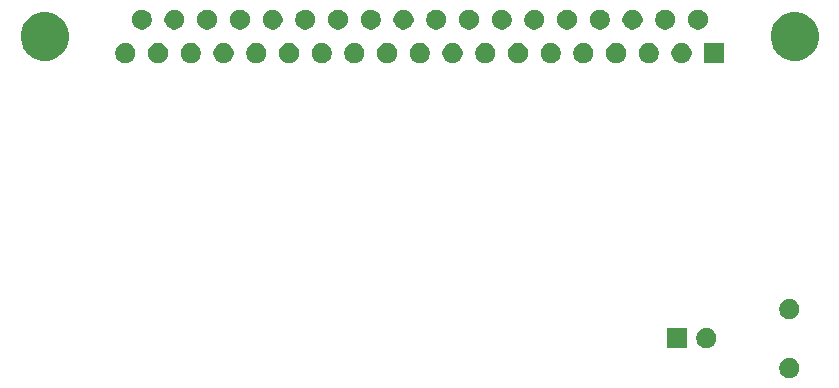
<source format=gbr>
G04 #@! TF.GenerationSoftware,KiCad,Pcbnew,5.1.5-52549c5~84~ubuntu18.04.1*
G04 #@! TF.CreationDate,2020-04-22T17:59:46-07:00*
G04 #@! TF.ProjectId,rom,726f6d2e-6b69-4636-9164-5f7063625858,rev?*
G04 #@! TF.SameCoordinates,Original*
G04 #@! TF.FileFunction,Soldermask,Bot*
G04 #@! TF.FilePolarity,Negative*
%FSLAX46Y46*%
G04 Gerber Fmt 4.6, Leading zero omitted, Abs format (unit mm)*
G04 Created by KiCad (PCBNEW 5.1.5-52549c5~84~ubuntu18.04.1) date 2020-04-22 17:59:46*
%MOMM*%
%LPD*%
G04 APERTURE LIST*
%ADD10C,0.100000*%
G04 APERTURE END LIST*
D10*
G36*
X192018228Y-72841703D02*
G01*
X192173100Y-72905853D01*
X192312481Y-72998985D01*
X192431015Y-73117519D01*
X192524147Y-73256900D01*
X192588297Y-73411772D01*
X192621000Y-73576184D01*
X192621000Y-73743816D01*
X192588297Y-73908228D01*
X192524147Y-74063100D01*
X192431015Y-74202481D01*
X192312481Y-74321015D01*
X192173100Y-74414147D01*
X192018228Y-74478297D01*
X191853816Y-74511000D01*
X191686184Y-74511000D01*
X191521772Y-74478297D01*
X191366900Y-74414147D01*
X191227519Y-74321015D01*
X191108985Y-74202481D01*
X191015853Y-74063100D01*
X190951703Y-73908228D01*
X190919000Y-73743816D01*
X190919000Y-73576184D01*
X190951703Y-73411772D01*
X191015853Y-73256900D01*
X191108985Y-73117519D01*
X191227519Y-72998985D01*
X191366900Y-72905853D01*
X191521772Y-72841703D01*
X191686184Y-72809000D01*
X191853816Y-72809000D01*
X192018228Y-72841703D01*
G37*
G36*
X184993228Y-70301703D02*
G01*
X185148100Y-70365853D01*
X185287481Y-70458985D01*
X185406015Y-70577519D01*
X185499147Y-70716900D01*
X185563297Y-70871772D01*
X185596000Y-71036184D01*
X185596000Y-71203816D01*
X185563297Y-71368228D01*
X185499147Y-71523100D01*
X185406015Y-71662481D01*
X185287481Y-71781015D01*
X185148100Y-71874147D01*
X184993228Y-71938297D01*
X184828816Y-71971000D01*
X184661184Y-71971000D01*
X184496772Y-71938297D01*
X184341900Y-71874147D01*
X184202519Y-71781015D01*
X184083985Y-71662481D01*
X183990853Y-71523100D01*
X183926703Y-71368228D01*
X183894000Y-71203816D01*
X183894000Y-71036184D01*
X183926703Y-70871772D01*
X183990853Y-70716900D01*
X184083985Y-70577519D01*
X184202519Y-70458985D01*
X184341900Y-70365853D01*
X184496772Y-70301703D01*
X184661184Y-70269000D01*
X184828816Y-70269000D01*
X184993228Y-70301703D01*
G37*
G36*
X183096000Y-71971000D02*
G01*
X181394000Y-71971000D01*
X181394000Y-70269000D01*
X183096000Y-70269000D01*
X183096000Y-71971000D01*
G37*
G36*
X192018228Y-67841703D02*
G01*
X192173100Y-67905853D01*
X192312481Y-67998985D01*
X192431015Y-68117519D01*
X192524147Y-68256900D01*
X192588297Y-68411772D01*
X192621000Y-68576184D01*
X192621000Y-68743816D01*
X192588297Y-68908228D01*
X192524147Y-69063100D01*
X192431015Y-69202481D01*
X192312481Y-69321015D01*
X192173100Y-69414147D01*
X192018228Y-69478297D01*
X191853816Y-69511000D01*
X191686184Y-69511000D01*
X191521772Y-69478297D01*
X191366900Y-69414147D01*
X191227519Y-69321015D01*
X191108985Y-69202481D01*
X191015853Y-69063100D01*
X190951703Y-68908228D01*
X190919000Y-68743816D01*
X190919000Y-68576184D01*
X190951703Y-68411772D01*
X191015853Y-68256900D01*
X191108985Y-68117519D01*
X191227519Y-67998985D01*
X191366900Y-67905853D01*
X191521772Y-67841703D01*
X191686184Y-67809000D01*
X191853816Y-67809000D01*
X192018228Y-67841703D01*
G37*
G36*
X182898228Y-46171703D02*
G01*
X183053100Y-46235853D01*
X183192481Y-46328985D01*
X183311015Y-46447519D01*
X183404147Y-46586900D01*
X183468297Y-46741772D01*
X183501000Y-46906184D01*
X183501000Y-47073816D01*
X183468297Y-47238228D01*
X183404147Y-47393100D01*
X183311015Y-47532481D01*
X183192481Y-47651015D01*
X183053100Y-47744147D01*
X182898228Y-47808297D01*
X182733816Y-47841000D01*
X182566184Y-47841000D01*
X182401772Y-47808297D01*
X182246900Y-47744147D01*
X182107519Y-47651015D01*
X181988985Y-47532481D01*
X181895853Y-47393100D01*
X181831703Y-47238228D01*
X181799000Y-47073816D01*
X181799000Y-46906184D01*
X181831703Y-46741772D01*
X181895853Y-46586900D01*
X181988985Y-46447519D01*
X182107519Y-46328985D01*
X182246900Y-46235853D01*
X182401772Y-46171703D01*
X182566184Y-46139000D01*
X182733816Y-46139000D01*
X182898228Y-46171703D01*
G37*
G36*
X186271000Y-47841000D02*
G01*
X184569000Y-47841000D01*
X184569000Y-46139000D01*
X186271000Y-46139000D01*
X186271000Y-47841000D01*
G37*
G36*
X177358228Y-46171703D02*
G01*
X177513100Y-46235853D01*
X177652481Y-46328985D01*
X177771015Y-46447519D01*
X177864147Y-46586900D01*
X177928297Y-46741772D01*
X177961000Y-46906184D01*
X177961000Y-47073816D01*
X177928297Y-47238228D01*
X177864147Y-47393100D01*
X177771015Y-47532481D01*
X177652481Y-47651015D01*
X177513100Y-47744147D01*
X177358228Y-47808297D01*
X177193816Y-47841000D01*
X177026184Y-47841000D01*
X176861772Y-47808297D01*
X176706900Y-47744147D01*
X176567519Y-47651015D01*
X176448985Y-47532481D01*
X176355853Y-47393100D01*
X176291703Y-47238228D01*
X176259000Y-47073816D01*
X176259000Y-46906184D01*
X176291703Y-46741772D01*
X176355853Y-46586900D01*
X176448985Y-46447519D01*
X176567519Y-46328985D01*
X176706900Y-46235853D01*
X176861772Y-46171703D01*
X177026184Y-46139000D01*
X177193816Y-46139000D01*
X177358228Y-46171703D01*
G37*
G36*
X174588228Y-46171703D02*
G01*
X174743100Y-46235853D01*
X174882481Y-46328985D01*
X175001015Y-46447519D01*
X175094147Y-46586900D01*
X175158297Y-46741772D01*
X175191000Y-46906184D01*
X175191000Y-47073816D01*
X175158297Y-47238228D01*
X175094147Y-47393100D01*
X175001015Y-47532481D01*
X174882481Y-47651015D01*
X174743100Y-47744147D01*
X174588228Y-47808297D01*
X174423816Y-47841000D01*
X174256184Y-47841000D01*
X174091772Y-47808297D01*
X173936900Y-47744147D01*
X173797519Y-47651015D01*
X173678985Y-47532481D01*
X173585853Y-47393100D01*
X173521703Y-47238228D01*
X173489000Y-47073816D01*
X173489000Y-46906184D01*
X173521703Y-46741772D01*
X173585853Y-46586900D01*
X173678985Y-46447519D01*
X173797519Y-46328985D01*
X173936900Y-46235853D01*
X174091772Y-46171703D01*
X174256184Y-46139000D01*
X174423816Y-46139000D01*
X174588228Y-46171703D01*
G37*
G36*
X171818228Y-46171703D02*
G01*
X171973100Y-46235853D01*
X172112481Y-46328985D01*
X172231015Y-46447519D01*
X172324147Y-46586900D01*
X172388297Y-46741772D01*
X172421000Y-46906184D01*
X172421000Y-47073816D01*
X172388297Y-47238228D01*
X172324147Y-47393100D01*
X172231015Y-47532481D01*
X172112481Y-47651015D01*
X171973100Y-47744147D01*
X171818228Y-47808297D01*
X171653816Y-47841000D01*
X171486184Y-47841000D01*
X171321772Y-47808297D01*
X171166900Y-47744147D01*
X171027519Y-47651015D01*
X170908985Y-47532481D01*
X170815853Y-47393100D01*
X170751703Y-47238228D01*
X170719000Y-47073816D01*
X170719000Y-46906184D01*
X170751703Y-46741772D01*
X170815853Y-46586900D01*
X170908985Y-46447519D01*
X171027519Y-46328985D01*
X171166900Y-46235853D01*
X171321772Y-46171703D01*
X171486184Y-46139000D01*
X171653816Y-46139000D01*
X171818228Y-46171703D01*
G37*
G36*
X169048228Y-46171703D02*
G01*
X169203100Y-46235853D01*
X169342481Y-46328985D01*
X169461015Y-46447519D01*
X169554147Y-46586900D01*
X169618297Y-46741772D01*
X169651000Y-46906184D01*
X169651000Y-47073816D01*
X169618297Y-47238228D01*
X169554147Y-47393100D01*
X169461015Y-47532481D01*
X169342481Y-47651015D01*
X169203100Y-47744147D01*
X169048228Y-47808297D01*
X168883816Y-47841000D01*
X168716184Y-47841000D01*
X168551772Y-47808297D01*
X168396900Y-47744147D01*
X168257519Y-47651015D01*
X168138985Y-47532481D01*
X168045853Y-47393100D01*
X167981703Y-47238228D01*
X167949000Y-47073816D01*
X167949000Y-46906184D01*
X167981703Y-46741772D01*
X168045853Y-46586900D01*
X168138985Y-46447519D01*
X168257519Y-46328985D01*
X168396900Y-46235853D01*
X168551772Y-46171703D01*
X168716184Y-46139000D01*
X168883816Y-46139000D01*
X169048228Y-46171703D01*
G37*
G36*
X166278228Y-46171703D02*
G01*
X166433100Y-46235853D01*
X166572481Y-46328985D01*
X166691015Y-46447519D01*
X166784147Y-46586900D01*
X166848297Y-46741772D01*
X166881000Y-46906184D01*
X166881000Y-47073816D01*
X166848297Y-47238228D01*
X166784147Y-47393100D01*
X166691015Y-47532481D01*
X166572481Y-47651015D01*
X166433100Y-47744147D01*
X166278228Y-47808297D01*
X166113816Y-47841000D01*
X165946184Y-47841000D01*
X165781772Y-47808297D01*
X165626900Y-47744147D01*
X165487519Y-47651015D01*
X165368985Y-47532481D01*
X165275853Y-47393100D01*
X165211703Y-47238228D01*
X165179000Y-47073816D01*
X165179000Y-46906184D01*
X165211703Y-46741772D01*
X165275853Y-46586900D01*
X165368985Y-46447519D01*
X165487519Y-46328985D01*
X165626900Y-46235853D01*
X165781772Y-46171703D01*
X165946184Y-46139000D01*
X166113816Y-46139000D01*
X166278228Y-46171703D01*
G37*
G36*
X163508228Y-46171703D02*
G01*
X163663100Y-46235853D01*
X163802481Y-46328985D01*
X163921015Y-46447519D01*
X164014147Y-46586900D01*
X164078297Y-46741772D01*
X164111000Y-46906184D01*
X164111000Y-47073816D01*
X164078297Y-47238228D01*
X164014147Y-47393100D01*
X163921015Y-47532481D01*
X163802481Y-47651015D01*
X163663100Y-47744147D01*
X163508228Y-47808297D01*
X163343816Y-47841000D01*
X163176184Y-47841000D01*
X163011772Y-47808297D01*
X162856900Y-47744147D01*
X162717519Y-47651015D01*
X162598985Y-47532481D01*
X162505853Y-47393100D01*
X162441703Y-47238228D01*
X162409000Y-47073816D01*
X162409000Y-46906184D01*
X162441703Y-46741772D01*
X162505853Y-46586900D01*
X162598985Y-46447519D01*
X162717519Y-46328985D01*
X162856900Y-46235853D01*
X163011772Y-46171703D01*
X163176184Y-46139000D01*
X163343816Y-46139000D01*
X163508228Y-46171703D01*
G37*
G36*
X160738228Y-46171703D02*
G01*
X160893100Y-46235853D01*
X161032481Y-46328985D01*
X161151015Y-46447519D01*
X161244147Y-46586900D01*
X161308297Y-46741772D01*
X161341000Y-46906184D01*
X161341000Y-47073816D01*
X161308297Y-47238228D01*
X161244147Y-47393100D01*
X161151015Y-47532481D01*
X161032481Y-47651015D01*
X160893100Y-47744147D01*
X160738228Y-47808297D01*
X160573816Y-47841000D01*
X160406184Y-47841000D01*
X160241772Y-47808297D01*
X160086900Y-47744147D01*
X159947519Y-47651015D01*
X159828985Y-47532481D01*
X159735853Y-47393100D01*
X159671703Y-47238228D01*
X159639000Y-47073816D01*
X159639000Y-46906184D01*
X159671703Y-46741772D01*
X159735853Y-46586900D01*
X159828985Y-46447519D01*
X159947519Y-46328985D01*
X160086900Y-46235853D01*
X160241772Y-46171703D01*
X160406184Y-46139000D01*
X160573816Y-46139000D01*
X160738228Y-46171703D01*
G37*
G36*
X155198228Y-46171703D02*
G01*
X155353100Y-46235853D01*
X155492481Y-46328985D01*
X155611015Y-46447519D01*
X155704147Y-46586900D01*
X155768297Y-46741772D01*
X155801000Y-46906184D01*
X155801000Y-47073816D01*
X155768297Y-47238228D01*
X155704147Y-47393100D01*
X155611015Y-47532481D01*
X155492481Y-47651015D01*
X155353100Y-47744147D01*
X155198228Y-47808297D01*
X155033816Y-47841000D01*
X154866184Y-47841000D01*
X154701772Y-47808297D01*
X154546900Y-47744147D01*
X154407519Y-47651015D01*
X154288985Y-47532481D01*
X154195853Y-47393100D01*
X154131703Y-47238228D01*
X154099000Y-47073816D01*
X154099000Y-46906184D01*
X154131703Y-46741772D01*
X154195853Y-46586900D01*
X154288985Y-46447519D01*
X154407519Y-46328985D01*
X154546900Y-46235853D01*
X154701772Y-46171703D01*
X154866184Y-46139000D01*
X155033816Y-46139000D01*
X155198228Y-46171703D01*
G37*
G36*
X152428228Y-46171703D02*
G01*
X152583100Y-46235853D01*
X152722481Y-46328985D01*
X152841015Y-46447519D01*
X152934147Y-46586900D01*
X152998297Y-46741772D01*
X153031000Y-46906184D01*
X153031000Y-47073816D01*
X152998297Y-47238228D01*
X152934147Y-47393100D01*
X152841015Y-47532481D01*
X152722481Y-47651015D01*
X152583100Y-47744147D01*
X152428228Y-47808297D01*
X152263816Y-47841000D01*
X152096184Y-47841000D01*
X151931772Y-47808297D01*
X151776900Y-47744147D01*
X151637519Y-47651015D01*
X151518985Y-47532481D01*
X151425853Y-47393100D01*
X151361703Y-47238228D01*
X151329000Y-47073816D01*
X151329000Y-46906184D01*
X151361703Y-46741772D01*
X151425853Y-46586900D01*
X151518985Y-46447519D01*
X151637519Y-46328985D01*
X151776900Y-46235853D01*
X151931772Y-46171703D01*
X152096184Y-46139000D01*
X152263816Y-46139000D01*
X152428228Y-46171703D01*
G37*
G36*
X149658228Y-46171703D02*
G01*
X149813100Y-46235853D01*
X149952481Y-46328985D01*
X150071015Y-46447519D01*
X150164147Y-46586900D01*
X150228297Y-46741772D01*
X150261000Y-46906184D01*
X150261000Y-47073816D01*
X150228297Y-47238228D01*
X150164147Y-47393100D01*
X150071015Y-47532481D01*
X149952481Y-47651015D01*
X149813100Y-47744147D01*
X149658228Y-47808297D01*
X149493816Y-47841000D01*
X149326184Y-47841000D01*
X149161772Y-47808297D01*
X149006900Y-47744147D01*
X148867519Y-47651015D01*
X148748985Y-47532481D01*
X148655853Y-47393100D01*
X148591703Y-47238228D01*
X148559000Y-47073816D01*
X148559000Y-46906184D01*
X148591703Y-46741772D01*
X148655853Y-46586900D01*
X148748985Y-46447519D01*
X148867519Y-46328985D01*
X149006900Y-46235853D01*
X149161772Y-46171703D01*
X149326184Y-46139000D01*
X149493816Y-46139000D01*
X149658228Y-46171703D01*
G37*
G36*
X146888228Y-46171703D02*
G01*
X147043100Y-46235853D01*
X147182481Y-46328985D01*
X147301015Y-46447519D01*
X147394147Y-46586900D01*
X147458297Y-46741772D01*
X147491000Y-46906184D01*
X147491000Y-47073816D01*
X147458297Y-47238228D01*
X147394147Y-47393100D01*
X147301015Y-47532481D01*
X147182481Y-47651015D01*
X147043100Y-47744147D01*
X146888228Y-47808297D01*
X146723816Y-47841000D01*
X146556184Y-47841000D01*
X146391772Y-47808297D01*
X146236900Y-47744147D01*
X146097519Y-47651015D01*
X145978985Y-47532481D01*
X145885853Y-47393100D01*
X145821703Y-47238228D01*
X145789000Y-47073816D01*
X145789000Y-46906184D01*
X145821703Y-46741772D01*
X145885853Y-46586900D01*
X145978985Y-46447519D01*
X146097519Y-46328985D01*
X146236900Y-46235853D01*
X146391772Y-46171703D01*
X146556184Y-46139000D01*
X146723816Y-46139000D01*
X146888228Y-46171703D01*
G37*
G36*
X144118228Y-46171703D02*
G01*
X144273100Y-46235853D01*
X144412481Y-46328985D01*
X144531015Y-46447519D01*
X144624147Y-46586900D01*
X144688297Y-46741772D01*
X144721000Y-46906184D01*
X144721000Y-47073816D01*
X144688297Y-47238228D01*
X144624147Y-47393100D01*
X144531015Y-47532481D01*
X144412481Y-47651015D01*
X144273100Y-47744147D01*
X144118228Y-47808297D01*
X143953816Y-47841000D01*
X143786184Y-47841000D01*
X143621772Y-47808297D01*
X143466900Y-47744147D01*
X143327519Y-47651015D01*
X143208985Y-47532481D01*
X143115853Y-47393100D01*
X143051703Y-47238228D01*
X143019000Y-47073816D01*
X143019000Y-46906184D01*
X143051703Y-46741772D01*
X143115853Y-46586900D01*
X143208985Y-46447519D01*
X143327519Y-46328985D01*
X143466900Y-46235853D01*
X143621772Y-46171703D01*
X143786184Y-46139000D01*
X143953816Y-46139000D01*
X144118228Y-46171703D01*
G37*
G36*
X141348228Y-46171703D02*
G01*
X141503100Y-46235853D01*
X141642481Y-46328985D01*
X141761015Y-46447519D01*
X141854147Y-46586900D01*
X141918297Y-46741772D01*
X141951000Y-46906184D01*
X141951000Y-47073816D01*
X141918297Y-47238228D01*
X141854147Y-47393100D01*
X141761015Y-47532481D01*
X141642481Y-47651015D01*
X141503100Y-47744147D01*
X141348228Y-47808297D01*
X141183816Y-47841000D01*
X141016184Y-47841000D01*
X140851772Y-47808297D01*
X140696900Y-47744147D01*
X140557519Y-47651015D01*
X140438985Y-47532481D01*
X140345853Y-47393100D01*
X140281703Y-47238228D01*
X140249000Y-47073816D01*
X140249000Y-46906184D01*
X140281703Y-46741772D01*
X140345853Y-46586900D01*
X140438985Y-46447519D01*
X140557519Y-46328985D01*
X140696900Y-46235853D01*
X140851772Y-46171703D01*
X141016184Y-46139000D01*
X141183816Y-46139000D01*
X141348228Y-46171703D01*
G37*
G36*
X138578228Y-46171703D02*
G01*
X138733100Y-46235853D01*
X138872481Y-46328985D01*
X138991015Y-46447519D01*
X139084147Y-46586900D01*
X139148297Y-46741772D01*
X139181000Y-46906184D01*
X139181000Y-47073816D01*
X139148297Y-47238228D01*
X139084147Y-47393100D01*
X138991015Y-47532481D01*
X138872481Y-47651015D01*
X138733100Y-47744147D01*
X138578228Y-47808297D01*
X138413816Y-47841000D01*
X138246184Y-47841000D01*
X138081772Y-47808297D01*
X137926900Y-47744147D01*
X137787519Y-47651015D01*
X137668985Y-47532481D01*
X137575853Y-47393100D01*
X137511703Y-47238228D01*
X137479000Y-47073816D01*
X137479000Y-46906184D01*
X137511703Y-46741772D01*
X137575853Y-46586900D01*
X137668985Y-46447519D01*
X137787519Y-46328985D01*
X137926900Y-46235853D01*
X138081772Y-46171703D01*
X138246184Y-46139000D01*
X138413816Y-46139000D01*
X138578228Y-46171703D01*
G37*
G36*
X180128228Y-46171703D02*
G01*
X180283100Y-46235853D01*
X180422481Y-46328985D01*
X180541015Y-46447519D01*
X180634147Y-46586900D01*
X180698297Y-46741772D01*
X180731000Y-46906184D01*
X180731000Y-47073816D01*
X180698297Y-47238228D01*
X180634147Y-47393100D01*
X180541015Y-47532481D01*
X180422481Y-47651015D01*
X180283100Y-47744147D01*
X180128228Y-47808297D01*
X179963816Y-47841000D01*
X179796184Y-47841000D01*
X179631772Y-47808297D01*
X179476900Y-47744147D01*
X179337519Y-47651015D01*
X179218985Y-47532481D01*
X179125853Y-47393100D01*
X179061703Y-47238228D01*
X179029000Y-47073816D01*
X179029000Y-46906184D01*
X179061703Y-46741772D01*
X179125853Y-46586900D01*
X179218985Y-46447519D01*
X179337519Y-46328985D01*
X179476900Y-46235853D01*
X179631772Y-46171703D01*
X179796184Y-46139000D01*
X179963816Y-46139000D01*
X180128228Y-46171703D01*
G37*
G36*
X135808228Y-46171703D02*
G01*
X135963100Y-46235853D01*
X136102481Y-46328985D01*
X136221015Y-46447519D01*
X136314147Y-46586900D01*
X136378297Y-46741772D01*
X136411000Y-46906184D01*
X136411000Y-47073816D01*
X136378297Y-47238228D01*
X136314147Y-47393100D01*
X136221015Y-47532481D01*
X136102481Y-47651015D01*
X135963100Y-47744147D01*
X135808228Y-47808297D01*
X135643816Y-47841000D01*
X135476184Y-47841000D01*
X135311772Y-47808297D01*
X135156900Y-47744147D01*
X135017519Y-47651015D01*
X134898985Y-47532481D01*
X134805853Y-47393100D01*
X134741703Y-47238228D01*
X134709000Y-47073816D01*
X134709000Y-46906184D01*
X134741703Y-46741772D01*
X134805853Y-46586900D01*
X134898985Y-46447519D01*
X135017519Y-46328985D01*
X135156900Y-46235853D01*
X135311772Y-46171703D01*
X135476184Y-46139000D01*
X135643816Y-46139000D01*
X135808228Y-46171703D01*
G37*
G36*
X157968228Y-46171703D02*
G01*
X158123100Y-46235853D01*
X158262481Y-46328985D01*
X158381015Y-46447519D01*
X158474147Y-46586900D01*
X158538297Y-46741772D01*
X158571000Y-46906184D01*
X158571000Y-47073816D01*
X158538297Y-47238228D01*
X158474147Y-47393100D01*
X158381015Y-47532481D01*
X158262481Y-47651015D01*
X158123100Y-47744147D01*
X157968228Y-47808297D01*
X157803816Y-47841000D01*
X157636184Y-47841000D01*
X157471772Y-47808297D01*
X157316900Y-47744147D01*
X157177519Y-47651015D01*
X157058985Y-47532481D01*
X156965853Y-47393100D01*
X156901703Y-47238228D01*
X156869000Y-47073816D01*
X156869000Y-46906184D01*
X156901703Y-46741772D01*
X156965853Y-46586900D01*
X157058985Y-46447519D01*
X157177519Y-46328985D01*
X157316900Y-46235853D01*
X157471772Y-46171703D01*
X157636184Y-46139000D01*
X157803816Y-46139000D01*
X157968228Y-46171703D01*
G37*
G36*
X192838254Y-43597818D02*
G01*
X193198170Y-43746900D01*
X193211513Y-43752427D01*
X193547436Y-43976884D01*
X193833116Y-44262564D01*
X193923765Y-44398229D01*
X194057574Y-44598489D01*
X194212182Y-44971746D01*
X194291000Y-45367993D01*
X194291000Y-45772007D01*
X194212182Y-46168254D01*
X194096506Y-46447520D01*
X194057573Y-46541513D01*
X193833116Y-46877436D01*
X193547436Y-47163116D01*
X193211513Y-47387573D01*
X193211512Y-47387574D01*
X193211511Y-47387574D01*
X192838254Y-47542182D01*
X192442007Y-47621000D01*
X192037993Y-47621000D01*
X191641746Y-47542182D01*
X191268489Y-47387574D01*
X191268488Y-47387574D01*
X191268487Y-47387573D01*
X190932564Y-47163116D01*
X190646884Y-46877436D01*
X190422427Y-46541513D01*
X190383494Y-46447520D01*
X190267818Y-46168254D01*
X190189000Y-45772007D01*
X190189000Y-45367993D01*
X190267818Y-44971746D01*
X190422426Y-44598489D01*
X190556236Y-44398229D01*
X190646884Y-44262564D01*
X190932564Y-43976884D01*
X191268487Y-43752427D01*
X191281830Y-43746900D01*
X191641746Y-43597818D01*
X192037993Y-43519000D01*
X192442007Y-43519000D01*
X192838254Y-43597818D01*
G37*
G36*
X129338254Y-43597818D02*
G01*
X129698170Y-43746900D01*
X129711513Y-43752427D01*
X130047436Y-43976884D01*
X130333116Y-44262564D01*
X130423765Y-44398229D01*
X130557574Y-44598489D01*
X130712182Y-44971746D01*
X130791000Y-45367993D01*
X130791000Y-45772007D01*
X130712182Y-46168254D01*
X130596506Y-46447520D01*
X130557573Y-46541513D01*
X130333116Y-46877436D01*
X130047436Y-47163116D01*
X129711513Y-47387573D01*
X129711512Y-47387574D01*
X129711511Y-47387574D01*
X129338254Y-47542182D01*
X128942007Y-47621000D01*
X128537993Y-47621000D01*
X128141746Y-47542182D01*
X127768489Y-47387574D01*
X127768488Y-47387574D01*
X127768487Y-47387573D01*
X127432564Y-47163116D01*
X127146884Y-46877436D01*
X126922427Y-46541513D01*
X126883494Y-46447520D01*
X126767818Y-46168254D01*
X126689000Y-45772007D01*
X126689000Y-45367993D01*
X126767818Y-44971746D01*
X126922426Y-44598489D01*
X127056236Y-44398229D01*
X127146884Y-44262564D01*
X127432564Y-43976884D01*
X127768487Y-43752427D01*
X127781830Y-43746900D01*
X128141746Y-43597818D01*
X128537993Y-43519000D01*
X128942007Y-43519000D01*
X129338254Y-43597818D01*
G37*
G36*
X173203228Y-43331703D02*
G01*
X173358100Y-43395853D01*
X173497481Y-43488985D01*
X173616015Y-43607519D01*
X173709147Y-43746900D01*
X173773297Y-43901772D01*
X173806000Y-44066184D01*
X173806000Y-44233816D01*
X173773297Y-44398228D01*
X173709147Y-44553100D01*
X173616015Y-44692481D01*
X173497481Y-44811015D01*
X173358100Y-44904147D01*
X173203228Y-44968297D01*
X173038816Y-45001000D01*
X172871184Y-45001000D01*
X172706772Y-44968297D01*
X172551900Y-44904147D01*
X172412519Y-44811015D01*
X172293985Y-44692481D01*
X172200853Y-44553100D01*
X172136703Y-44398228D01*
X172104000Y-44233816D01*
X172104000Y-44066184D01*
X172136703Y-43901772D01*
X172200853Y-43746900D01*
X172293985Y-43607519D01*
X172412519Y-43488985D01*
X172551900Y-43395853D01*
X172706772Y-43331703D01*
X172871184Y-43299000D01*
X173038816Y-43299000D01*
X173203228Y-43331703D01*
G37*
G36*
X139963228Y-43331703D02*
G01*
X140118100Y-43395853D01*
X140257481Y-43488985D01*
X140376015Y-43607519D01*
X140469147Y-43746900D01*
X140533297Y-43901772D01*
X140566000Y-44066184D01*
X140566000Y-44233816D01*
X140533297Y-44398228D01*
X140469147Y-44553100D01*
X140376015Y-44692481D01*
X140257481Y-44811015D01*
X140118100Y-44904147D01*
X139963228Y-44968297D01*
X139798816Y-45001000D01*
X139631184Y-45001000D01*
X139466772Y-44968297D01*
X139311900Y-44904147D01*
X139172519Y-44811015D01*
X139053985Y-44692481D01*
X138960853Y-44553100D01*
X138896703Y-44398228D01*
X138864000Y-44233816D01*
X138864000Y-44066184D01*
X138896703Y-43901772D01*
X138960853Y-43746900D01*
X139053985Y-43607519D01*
X139172519Y-43488985D01*
X139311900Y-43395853D01*
X139466772Y-43331703D01*
X139631184Y-43299000D01*
X139798816Y-43299000D01*
X139963228Y-43331703D01*
G37*
G36*
X142733228Y-43331703D02*
G01*
X142888100Y-43395853D01*
X143027481Y-43488985D01*
X143146015Y-43607519D01*
X143239147Y-43746900D01*
X143303297Y-43901772D01*
X143336000Y-44066184D01*
X143336000Y-44233816D01*
X143303297Y-44398228D01*
X143239147Y-44553100D01*
X143146015Y-44692481D01*
X143027481Y-44811015D01*
X142888100Y-44904147D01*
X142733228Y-44968297D01*
X142568816Y-45001000D01*
X142401184Y-45001000D01*
X142236772Y-44968297D01*
X142081900Y-44904147D01*
X141942519Y-44811015D01*
X141823985Y-44692481D01*
X141730853Y-44553100D01*
X141666703Y-44398228D01*
X141634000Y-44233816D01*
X141634000Y-44066184D01*
X141666703Y-43901772D01*
X141730853Y-43746900D01*
X141823985Y-43607519D01*
X141942519Y-43488985D01*
X142081900Y-43395853D01*
X142236772Y-43331703D01*
X142401184Y-43299000D01*
X142568816Y-43299000D01*
X142733228Y-43331703D01*
G37*
G36*
X145503228Y-43331703D02*
G01*
X145658100Y-43395853D01*
X145797481Y-43488985D01*
X145916015Y-43607519D01*
X146009147Y-43746900D01*
X146073297Y-43901772D01*
X146106000Y-44066184D01*
X146106000Y-44233816D01*
X146073297Y-44398228D01*
X146009147Y-44553100D01*
X145916015Y-44692481D01*
X145797481Y-44811015D01*
X145658100Y-44904147D01*
X145503228Y-44968297D01*
X145338816Y-45001000D01*
X145171184Y-45001000D01*
X145006772Y-44968297D01*
X144851900Y-44904147D01*
X144712519Y-44811015D01*
X144593985Y-44692481D01*
X144500853Y-44553100D01*
X144436703Y-44398228D01*
X144404000Y-44233816D01*
X144404000Y-44066184D01*
X144436703Y-43901772D01*
X144500853Y-43746900D01*
X144593985Y-43607519D01*
X144712519Y-43488985D01*
X144851900Y-43395853D01*
X145006772Y-43331703D01*
X145171184Y-43299000D01*
X145338816Y-43299000D01*
X145503228Y-43331703D01*
G37*
G36*
X148273228Y-43331703D02*
G01*
X148428100Y-43395853D01*
X148567481Y-43488985D01*
X148686015Y-43607519D01*
X148779147Y-43746900D01*
X148843297Y-43901772D01*
X148876000Y-44066184D01*
X148876000Y-44233816D01*
X148843297Y-44398228D01*
X148779147Y-44553100D01*
X148686015Y-44692481D01*
X148567481Y-44811015D01*
X148428100Y-44904147D01*
X148273228Y-44968297D01*
X148108816Y-45001000D01*
X147941184Y-45001000D01*
X147776772Y-44968297D01*
X147621900Y-44904147D01*
X147482519Y-44811015D01*
X147363985Y-44692481D01*
X147270853Y-44553100D01*
X147206703Y-44398228D01*
X147174000Y-44233816D01*
X147174000Y-44066184D01*
X147206703Y-43901772D01*
X147270853Y-43746900D01*
X147363985Y-43607519D01*
X147482519Y-43488985D01*
X147621900Y-43395853D01*
X147776772Y-43331703D01*
X147941184Y-43299000D01*
X148108816Y-43299000D01*
X148273228Y-43331703D01*
G37*
G36*
X151043228Y-43331703D02*
G01*
X151198100Y-43395853D01*
X151337481Y-43488985D01*
X151456015Y-43607519D01*
X151549147Y-43746900D01*
X151613297Y-43901772D01*
X151646000Y-44066184D01*
X151646000Y-44233816D01*
X151613297Y-44398228D01*
X151549147Y-44553100D01*
X151456015Y-44692481D01*
X151337481Y-44811015D01*
X151198100Y-44904147D01*
X151043228Y-44968297D01*
X150878816Y-45001000D01*
X150711184Y-45001000D01*
X150546772Y-44968297D01*
X150391900Y-44904147D01*
X150252519Y-44811015D01*
X150133985Y-44692481D01*
X150040853Y-44553100D01*
X149976703Y-44398228D01*
X149944000Y-44233816D01*
X149944000Y-44066184D01*
X149976703Y-43901772D01*
X150040853Y-43746900D01*
X150133985Y-43607519D01*
X150252519Y-43488985D01*
X150391900Y-43395853D01*
X150546772Y-43331703D01*
X150711184Y-43299000D01*
X150878816Y-43299000D01*
X151043228Y-43331703D01*
G37*
G36*
X153813228Y-43331703D02*
G01*
X153968100Y-43395853D01*
X154107481Y-43488985D01*
X154226015Y-43607519D01*
X154319147Y-43746900D01*
X154383297Y-43901772D01*
X154416000Y-44066184D01*
X154416000Y-44233816D01*
X154383297Y-44398228D01*
X154319147Y-44553100D01*
X154226015Y-44692481D01*
X154107481Y-44811015D01*
X153968100Y-44904147D01*
X153813228Y-44968297D01*
X153648816Y-45001000D01*
X153481184Y-45001000D01*
X153316772Y-44968297D01*
X153161900Y-44904147D01*
X153022519Y-44811015D01*
X152903985Y-44692481D01*
X152810853Y-44553100D01*
X152746703Y-44398228D01*
X152714000Y-44233816D01*
X152714000Y-44066184D01*
X152746703Y-43901772D01*
X152810853Y-43746900D01*
X152903985Y-43607519D01*
X153022519Y-43488985D01*
X153161900Y-43395853D01*
X153316772Y-43331703D01*
X153481184Y-43299000D01*
X153648816Y-43299000D01*
X153813228Y-43331703D01*
G37*
G36*
X156583228Y-43331703D02*
G01*
X156738100Y-43395853D01*
X156877481Y-43488985D01*
X156996015Y-43607519D01*
X157089147Y-43746900D01*
X157153297Y-43901772D01*
X157186000Y-44066184D01*
X157186000Y-44233816D01*
X157153297Y-44398228D01*
X157089147Y-44553100D01*
X156996015Y-44692481D01*
X156877481Y-44811015D01*
X156738100Y-44904147D01*
X156583228Y-44968297D01*
X156418816Y-45001000D01*
X156251184Y-45001000D01*
X156086772Y-44968297D01*
X155931900Y-44904147D01*
X155792519Y-44811015D01*
X155673985Y-44692481D01*
X155580853Y-44553100D01*
X155516703Y-44398228D01*
X155484000Y-44233816D01*
X155484000Y-44066184D01*
X155516703Y-43901772D01*
X155580853Y-43746900D01*
X155673985Y-43607519D01*
X155792519Y-43488985D01*
X155931900Y-43395853D01*
X156086772Y-43331703D01*
X156251184Y-43299000D01*
X156418816Y-43299000D01*
X156583228Y-43331703D01*
G37*
G36*
X159353228Y-43331703D02*
G01*
X159508100Y-43395853D01*
X159647481Y-43488985D01*
X159766015Y-43607519D01*
X159859147Y-43746900D01*
X159923297Y-43901772D01*
X159956000Y-44066184D01*
X159956000Y-44233816D01*
X159923297Y-44398228D01*
X159859147Y-44553100D01*
X159766015Y-44692481D01*
X159647481Y-44811015D01*
X159508100Y-44904147D01*
X159353228Y-44968297D01*
X159188816Y-45001000D01*
X159021184Y-45001000D01*
X158856772Y-44968297D01*
X158701900Y-44904147D01*
X158562519Y-44811015D01*
X158443985Y-44692481D01*
X158350853Y-44553100D01*
X158286703Y-44398228D01*
X158254000Y-44233816D01*
X158254000Y-44066184D01*
X158286703Y-43901772D01*
X158350853Y-43746900D01*
X158443985Y-43607519D01*
X158562519Y-43488985D01*
X158701900Y-43395853D01*
X158856772Y-43331703D01*
X159021184Y-43299000D01*
X159188816Y-43299000D01*
X159353228Y-43331703D01*
G37*
G36*
X162123228Y-43331703D02*
G01*
X162278100Y-43395853D01*
X162417481Y-43488985D01*
X162536015Y-43607519D01*
X162629147Y-43746900D01*
X162693297Y-43901772D01*
X162726000Y-44066184D01*
X162726000Y-44233816D01*
X162693297Y-44398228D01*
X162629147Y-44553100D01*
X162536015Y-44692481D01*
X162417481Y-44811015D01*
X162278100Y-44904147D01*
X162123228Y-44968297D01*
X161958816Y-45001000D01*
X161791184Y-45001000D01*
X161626772Y-44968297D01*
X161471900Y-44904147D01*
X161332519Y-44811015D01*
X161213985Y-44692481D01*
X161120853Y-44553100D01*
X161056703Y-44398228D01*
X161024000Y-44233816D01*
X161024000Y-44066184D01*
X161056703Y-43901772D01*
X161120853Y-43746900D01*
X161213985Y-43607519D01*
X161332519Y-43488985D01*
X161471900Y-43395853D01*
X161626772Y-43331703D01*
X161791184Y-43299000D01*
X161958816Y-43299000D01*
X162123228Y-43331703D01*
G37*
G36*
X164893228Y-43331703D02*
G01*
X165048100Y-43395853D01*
X165187481Y-43488985D01*
X165306015Y-43607519D01*
X165399147Y-43746900D01*
X165463297Y-43901772D01*
X165496000Y-44066184D01*
X165496000Y-44233816D01*
X165463297Y-44398228D01*
X165399147Y-44553100D01*
X165306015Y-44692481D01*
X165187481Y-44811015D01*
X165048100Y-44904147D01*
X164893228Y-44968297D01*
X164728816Y-45001000D01*
X164561184Y-45001000D01*
X164396772Y-44968297D01*
X164241900Y-44904147D01*
X164102519Y-44811015D01*
X163983985Y-44692481D01*
X163890853Y-44553100D01*
X163826703Y-44398228D01*
X163794000Y-44233816D01*
X163794000Y-44066184D01*
X163826703Y-43901772D01*
X163890853Y-43746900D01*
X163983985Y-43607519D01*
X164102519Y-43488985D01*
X164241900Y-43395853D01*
X164396772Y-43331703D01*
X164561184Y-43299000D01*
X164728816Y-43299000D01*
X164893228Y-43331703D01*
G37*
G36*
X167663228Y-43331703D02*
G01*
X167818100Y-43395853D01*
X167957481Y-43488985D01*
X168076015Y-43607519D01*
X168169147Y-43746900D01*
X168233297Y-43901772D01*
X168266000Y-44066184D01*
X168266000Y-44233816D01*
X168233297Y-44398228D01*
X168169147Y-44553100D01*
X168076015Y-44692481D01*
X167957481Y-44811015D01*
X167818100Y-44904147D01*
X167663228Y-44968297D01*
X167498816Y-45001000D01*
X167331184Y-45001000D01*
X167166772Y-44968297D01*
X167011900Y-44904147D01*
X166872519Y-44811015D01*
X166753985Y-44692481D01*
X166660853Y-44553100D01*
X166596703Y-44398228D01*
X166564000Y-44233816D01*
X166564000Y-44066184D01*
X166596703Y-43901772D01*
X166660853Y-43746900D01*
X166753985Y-43607519D01*
X166872519Y-43488985D01*
X167011900Y-43395853D01*
X167166772Y-43331703D01*
X167331184Y-43299000D01*
X167498816Y-43299000D01*
X167663228Y-43331703D01*
G37*
G36*
X137193228Y-43331703D02*
G01*
X137348100Y-43395853D01*
X137487481Y-43488985D01*
X137606015Y-43607519D01*
X137699147Y-43746900D01*
X137763297Y-43901772D01*
X137796000Y-44066184D01*
X137796000Y-44233816D01*
X137763297Y-44398228D01*
X137699147Y-44553100D01*
X137606015Y-44692481D01*
X137487481Y-44811015D01*
X137348100Y-44904147D01*
X137193228Y-44968297D01*
X137028816Y-45001000D01*
X136861184Y-45001000D01*
X136696772Y-44968297D01*
X136541900Y-44904147D01*
X136402519Y-44811015D01*
X136283985Y-44692481D01*
X136190853Y-44553100D01*
X136126703Y-44398228D01*
X136094000Y-44233816D01*
X136094000Y-44066184D01*
X136126703Y-43901772D01*
X136190853Y-43746900D01*
X136283985Y-43607519D01*
X136402519Y-43488985D01*
X136541900Y-43395853D01*
X136696772Y-43331703D01*
X136861184Y-43299000D01*
X137028816Y-43299000D01*
X137193228Y-43331703D01*
G37*
G36*
X175973228Y-43331703D02*
G01*
X176128100Y-43395853D01*
X176267481Y-43488985D01*
X176386015Y-43607519D01*
X176479147Y-43746900D01*
X176543297Y-43901772D01*
X176576000Y-44066184D01*
X176576000Y-44233816D01*
X176543297Y-44398228D01*
X176479147Y-44553100D01*
X176386015Y-44692481D01*
X176267481Y-44811015D01*
X176128100Y-44904147D01*
X175973228Y-44968297D01*
X175808816Y-45001000D01*
X175641184Y-45001000D01*
X175476772Y-44968297D01*
X175321900Y-44904147D01*
X175182519Y-44811015D01*
X175063985Y-44692481D01*
X174970853Y-44553100D01*
X174906703Y-44398228D01*
X174874000Y-44233816D01*
X174874000Y-44066184D01*
X174906703Y-43901772D01*
X174970853Y-43746900D01*
X175063985Y-43607519D01*
X175182519Y-43488985D01*
X175321900Y-43395853D01*
X175476772Y-43331703D01*
X175641184Y-43299000D01*
X175808816Y-43299000D01*
X175973228Y-43331703D01*
G37*
G36*
X178743228Y-43331703D02*
G01*
X178898100Y-43395853D01*
X179037481Y-43488985D01*
X179156015Y-43607519D01*
X179249147Y-43746900D01*
X179313297Y-43901772D01*
X179346000Y-44066184D01*
X179346000Y-44233816D01*
X179313297Y-44398228D01*
X179249147Y-44553100D01*
X179156015Y-44692481D01*
X179037481Y-44811015D01*
X178898100Y-44904147D01*
X178743228Y-44968297D01*
X178578816Y-45001000D01*
X178411184Y-45001000D01*
X178246772Y-44968297D01*
X178091900Y-44904147D01*
X177952519Y-44811015D01*
X177833985Y-44692481D01*
X177740853Y-44553100D01*
X177676703Y-44398228D01*
X177644000Y-44233816D01*
X177644000Y-44066184D01*
X177676703Y-43901772D01*
X177740853Y-43746900D01*
X177833985Y-43607519D01*
X177952519Y-43488985D01*
X178091900Y-43395853D01*
X178246772Y-43331703D01*
X178411184Y-43299000D01*
X178578816Y-43299000D01*
X178743228Y-43331703D01*
G37*
G36*
X181513228Y-43331703D02*
G01*
X181668100Y-43395853D01*
X181807481Y-43488985D01*
X181926015Y-43607519D01*
X182019147Y-43746900D01*
X182083297Y-43901772D01*
X182116000Y-44066184D01*
X182116000Y-44233816D01*
X182083297Y-44398228D01*
X182019147Y-44553100D01*
X181926015Y-44692481D01*
X181807481Y-44811015D01*
X181668100Y-44904147D01*
X181513228Y-44968297D01*
X181348816Y-45001000D01*
X181181184Y-45001000D01*
X181016772Y-44968297D01*
X180861900Y-44904147D01*
X180722519Y-44811015D01*
X180603985Y-44692481D01*
X180510853Y-44553100D01*
X180446703Y-44398228D01*
X180414000Y-44233816D01*
X180414000Y-44066184D01*
X180446703Y-43901772D01*
X180510853Y-43746900D01*
X180603985Y-43607519D01*
X180722519Y-43488985D01*
X180861900Y-43395853D01*
X181016772Y-43331703D01*
X181181184Y-43299000D01*
X181348816Y-43299000D01*
X181513228Y-43331703D01*
G37*
G36*
X184283228Y-43331703D02*
G01*
X184438100Y-43395853D01*
X184577481Y-43488985D01*
X184696015Y-43607519D01*
X184789147Y-43746900D01*
X184853297Y-43901772D01*
X184886000Y-44066184D01*
X184886000Y-44233816D01*
X184853297Y-44398228D01*
X184789147Y-44553100D01*
X184696015Y-44692481D01*
X184577481Y-44811015D01*
X184438100Y-44904147D01*
X184283228Y-44968297D01*
X184118816Y-45001000D01*
X183951184Y-45001000D01*
X183786772Y-44968297D01*
X183631900Y-44904147D01*
X183492519Y-44811015D01*
X183373985Y-44692481D01*
X183280853Y-44553100D01*
X183216703Y-44398228D01*
X183184000Y-44233816D01*
X183184000Y-44066184D01*
X183216703Y-43901772D01*
X183280853Y-43746900D01*
X183373985Y-43607519D01*
X183492519Y-43488985D01*
X183631900Y-43395853D01*
X183786772Y-43331703D01*
X183951184Y-43299000D01*
X184118816Y-43299000D01*
X184283228Y-43331703D01*
G37*
G36*
X170433228Y-43331703D02*
G01*
X170588100Y-43395853D01*
X170727481Y-43488985D01*
X170846015Y-43607519D01*
X170939147Y-43746900D01*
X171003297Y-43901772D01*
X171036000Y-44066184D01*
X171036000Y-44233816D01*
X171003297Y-44398228D01*
X170939147Y-44553100D01*
X170846015Y-44692481D01*
X170727481Y-44811015D01*
X170588100Y-44904147D01*
X170433228Y-44968297D01*
X170268816Y-45001000D01*
X170101184Y-45001000D01*
X169936772Y-44968297D01*
X169781900Y-44904147D01*
X169642519Y-44811015D01*
X169523985Y-44692481D01*
X169430853Y-44553100D01*
X169366703Y-44398228D01*
X169334000Y-44233816D01*
X169334000Y-44066184D01*
X169366703Y-43901772D01*
X169430853Y-43746900D01*
X169523985Y-43607519D01*
X169642519Y-43488985D01*
X169781900Y-43395853D01*
X169936772Y-43331703D01*
X170101184Y-43299000D01*
X170268816Y-43299000D01*
X170433228Y-43331703D01*
G37*
M02*

</source>
